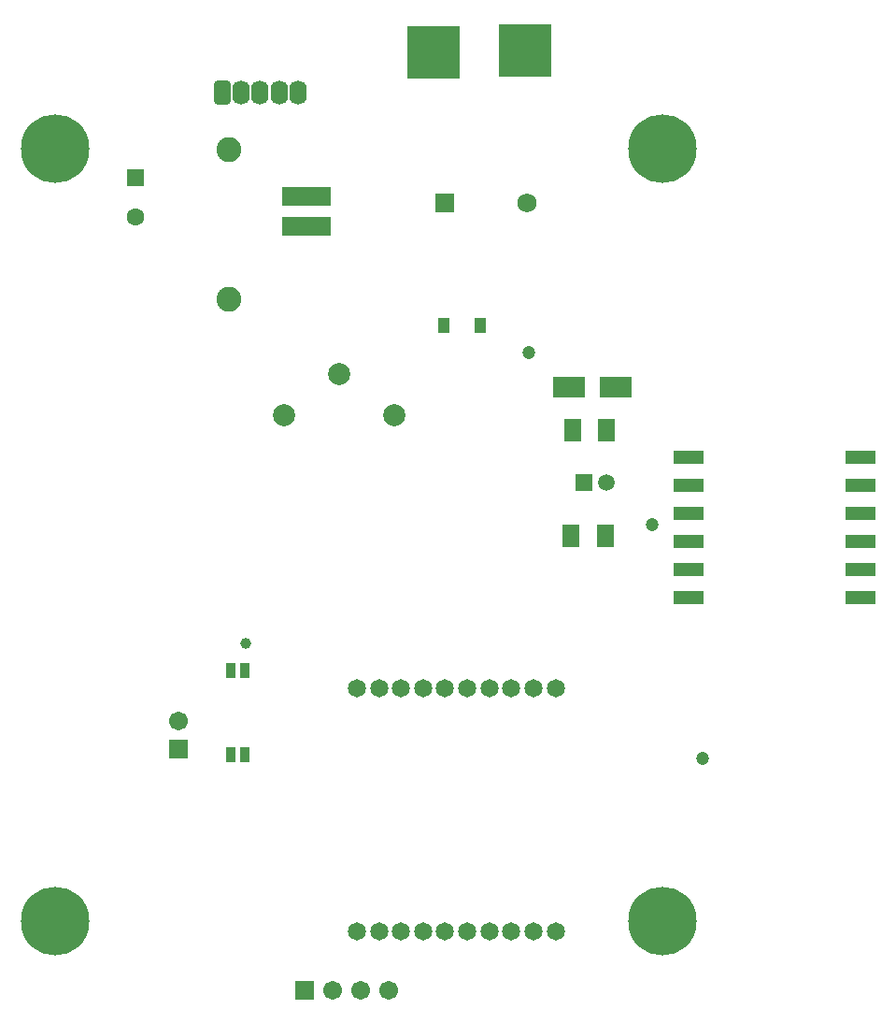
<source format=gts>
G04*
G04 #@! TF.GenerationSoftware,Altium Limited,Altium Designer,20.0.13 (296)*
G04*
G04 Layer_Color=8388736*
%FSLAX44Y44*%
%MOMM*%
G71*
G01*
G75*
%ADD29R,4.8000X4.8000*%
%ADD30R,1.1132X1.4232*%
%ADD31R,0.9632X1.4732*%
%ADD32R,2.7032X1.2032*%
%ADD33R,1.5532X2.0532*%
%ADD34R,1.5532X2.1032*%
%ADD35R,4.5032X1.8032*%
%ADD36R,2.8532X1.9532*%
%ADD37R,1.7032X1.7032*%
%ADD38C,1.7032*%
%ADD39R,1.7032X1.7032*%
%ADD40C,1.5032*%
%ADD41R,1.5032X1.5032*%
%ADD42C,2.0032*%
%ADD43C,1.6532*%
G04:AMPARAMS|DCode=44|XSize=2.2032mm|YSize=1.6032mm|CornerRadius=0.4516mm|HoleSize=0mm|Usage=FLASHONLY|Rotation=90.000|XOffset=0mm|YOffset=0mm|HoleType=Round|Shape=RoundedRectangle|*
%AMROUNDEDRECTD44*
21,1,2.2032,0.7000,0,0,90.0*
21,1,1.3000,1.6032,0,0,90.0*
1,1,0.9032,0.3500,0.6500*
1,1,0.9032,0.3500,-0.6500*
1,1,0.9032,-0.3500,-0.6500*
1,1,0.9032,-0.3500,0.6500*
%
%ADD44ROUNDEDRECTD44*%
%ADD45O,1.6032X2.2032*%
%ADD46C,1.7532*%
%ADD47R,1.7532X1.7532*%
%ADD48R,1.6032X1.6032*%
%ADD49C,1.6032*%
%ADD50C,2.2532*%
%ADD51C,1.2032*%
%ADD52C,6.2032*%
%ADD53C,1.0032*%
D29*
X2881500Y850770D02*
D03*
X2798480Y849030D02*
D03*
D30*
X2840830Y601980D02*
D03*
X2808130D02*
D03*
D31*
X2614930Y289560D02*
D03*
X2627630D02*
D03*
Y213360D02*
D03*
X2614930D02*
D03*
D32*
X3030220Y482600D02*
D03*
Y457200D02*
D03*
Y431800D02*
D03*
Y406400D02*
D03*
Y381000D02*
D03*
Y355600D02*
D03*
X3185220D02*
D03*
Y381000D02*
D03*
Y406400D02*
D03*
Y431800D02*
D03*
Y457200D02*
D03*
Y482600D02*
D03*
D33*
X2924800Y506730D02*
D03*
X2955300D02*
D03*
D34*
X2954780Y411480D02*
D03*
X2922780D02*
D03*
D35*
X2683510Y691820D02*
D03*
Y718820D02*
D03*
D36*
X2964090Y546100D02*
D03*
X2921090D02*
D03*
D37*
X2682240Y0D02*
D03*
D38*
X2707640D02*
D03*
X2733040D02*
D03*
X2758440D02*
D03*
X2567940Y243840D02*
D03*
D39*
Y218440D02*
D03*
D40*
X2955130Y459740D02*
D03*
D41*
X2935130D02*
D03*
D42*
X2763520Y520700D02*
D03*
X2663520D02*
D03*
X2713520Y557700D02*
D03*
D43*
X2909250Y273050D02*
D03*
X2889250D02*
D03*
X2869250D02*
D03*
X2849250D02*
D03*
X2829250D02*
D03*
X2809250D02*
D03*
X2789250D02*
D03*
X2769250D02*
D03*
X2749250D02*
D03*
X2729250D02*
D03*
Y53050D02*
D03*
X2749250D02*
D03*
X2769250D02*
D03*
X2789250D02*
D03*
X2809250D02*
D03*
X2829250D02*
D03*
X2849250D02*
D03*
X2869250D02*
D03*
X2889250D02*
D03*
X2909250D02*
D03*
D44*
X2607600Y812800D02*
D03*
D45*
X2624600D02*
D03*
X2641600D02*
D03*
X2658600D02*
D03*
X2675600D02*
D03*
D46*
X2883570Y712470D02*
D03*
D47*
X2808570D02*
D03*
D48*
X2528570Y735330D02*
D03*
D49*
Y700330D02*
D03*
D50*
X2613660Y625830D02*
D03*
Y760730D02*
D03*
D51*
X3042920Y209550D02*
D03*
X2997200Y421640D02*
D03*
X2885105Y577647D02*
D03*
D52*
X2456180Y62230D02*
D03*
X3006180D02*
D03*
Y762230D02*
D03*
X2456180D02*
D03*
D53*
X2628900Y313690D02*
D03*
M02*

</source>
